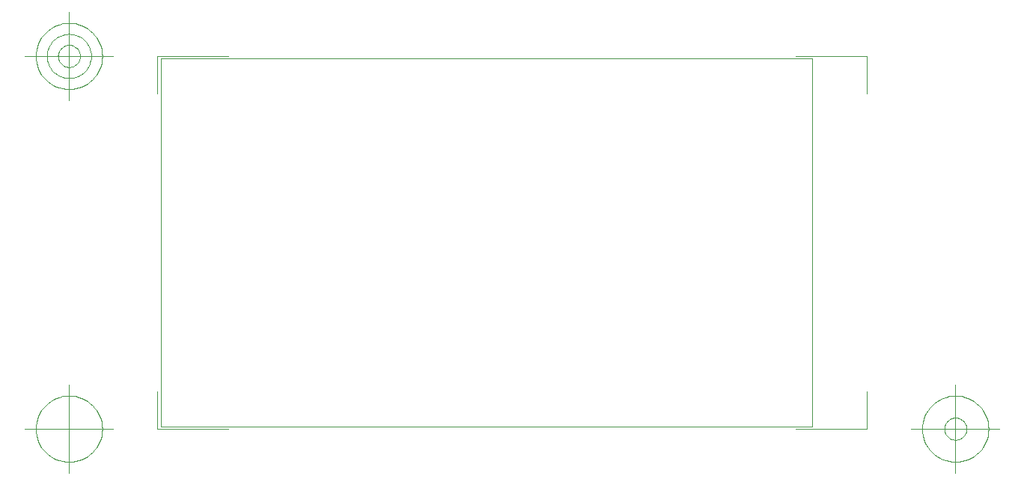
<source format=gbr>
G04 Generated by Ultiboard *
%FSLAX25Y25*%
%MOMM*%

%ADD10C,0.00100*%
%ADD11C,0.10000*%


%LNBoard Outline*%
%LPD*%
%FSLAX25Y25*%
%MOMM*%
G54D10*
X0Y0D02*
X7366000Y0D01*
X7366000Y0D02*
X7366000Y4165600D01*
X7366000Y4165600D02*
X0Y4165600D01*
X0Y4165600D02*
X0Y0D01*
G54D11*
X-40050Y-25400D02*
X-40050Y396240D01*
X-40050Y-25400D02*
X762531Y-25400D01*
X7985760Y-25400D02*
X7183179Y-25400D01*
X7985760Y-25400D02*
X7985760Y396240D01*
X7985760Y4191000D02*
X7985760Y3769360D01*
X7985760Y4191000D02*
X7183179Y4191000D01*
X-40050Y4191000D02*
X762531Y4191000D01*
X-40050Y4191000D02*
X-40050Y3769360D01*
X-540050Y-25400D02*
X-1540050Y-25400D01*
X-1040050Y-525400D02*
X-1040050Y474600D01*
X-665050Y-25400D02*
X-666856Y11356D01*
X-666856Y11356D02*
X-672256Y47759D01*
X-672256Y47759D02*
X-681197Y83457D01*
X-681197Y83457D02*
X-693595Y118106D01*
X-693595Y118106D02*
X-709330Y151374D01*
X-709330Y151374D02*
X-728249Y182939D01*
X-728249Y182939D02*
X-750171Y212497D01*
X-750171Y212497D02*
X-774885Y239765D01*
X-774885Y239765D02*
X-802153Y264479D01*
X-802153Y264479D02*
X-831711Y286401D01*
X-831711Y286401D02*
X-863276Y305320D01*
X-863276Y305320D02*
X-896544Y321055D01*
X-896544Y321055D02*
X-931193Y333453D01*
X-931193Y333453D02*
X-966891Y342394D01*
X-966891Y342394D02*
X-1003294Y347794D01*
X-1003294Y347794D02*
X-1040050Y349600D01*
X-1040050Y349600D02*
X-1076806Y347794D01*
X-1076806Y347794D02*
X-1113209Y342394D01*
X-1113209Y342394D02*
X-1148907Y333453D01*
X-1148907Y333453D02*
X-1183556Y321055D01*
X-1183556Y321055D02*
X-1216824Y305320D01*
X-1216824Y305320D02*
X-1248389Y286401D01*
X-1248389Y286401D02*
X-1277947Y264479D01*
X-1277947Y264479D02*
X-1305215Y239765D01*
X-1305215Y239765D02*
X-1329929Y212497D01*
X-1329929Y212497D02*
X-1351851Y182939D01*
X-1351851Y182939D02*
X-1370770Y151374D01*
X-1370770Y151374D02*
X-1386505Y118106D01*
X-1386505Y118106D02*
X-1398903Y83457D01*
X-1398903Y83457D02*
X-1407844Y47759D01*
X-1407844Y47759D02*
X-1413244Y11356D01*
X-1413244Y11356D02*
X-1415050Y-25400D01*
X-1415050Y-25400D02*
X-1413244Y-62156D01*
X-1413244Y-62156D02*
X-1407844Y-98559D01*
X-1407844Y-98559D02*
X-1398903Y-134257D01*
X-1398903Y-134257D02*
X-1386505Y-168906D01*
X-1386505Y-168906D02*
X-1370770Y-202174D01*
X-1370770Y-202174D02*
X-1351851Y-233739D01*
X-1351851Y-233739D02*
X-1329929Y-263297D01*
X-1329929Y-263297D02*
X-1305215Y-290565D01*
X-1305215Y-290565D02*
X-1277947Y-315279D01*
X-1277947Y-315279D02*
X-1248389Y-337201D01*
X-1248389Y-337201D02*
X-1216824Y-356120D01*
X-1216824Y-356120D02*
X-1183556Y-371855D01*
X-1183556Y-371855D02*
X-1148907Y-384253D01*
X-1148907Y-384253D02*
X-1113209Y-393194D01*
X-1113209Y-393194D02*
X-1076806Y-398594D01*
X-1076806Y-398594D02*
X-1040050Y-400400D01*
X-1040050Y-400400D02*
X-1003294Y-398594D01*
X-1003294Y-398594D02*
X-966891Y-393194D01*
X-966891Y-393194D02*
X-931193Y-384253D01*
X-931193Y-384253D02*
X-896544Y-371855D01*
X-896544Y-371855D02*
X-863276Y-356120D01*
X-863276Y-356120D02*
X-831711Y-337201D01*
X-831711Y-337201D02*
X-802153Y-315279D01*
X-802153Y-315279D02*
X-774885Y-290565D01*
X-774885Y-290565D02*
X-750171Y-263297D01*
X-750171Y-263297D02*
X-728249Y-233739D01*
X-728249Y-233739D02*
X-709330Y-202174D01*
X-709330Y-202174D02*
X-693595Y-168906D01*
X-693595Y-168906D02*
X-681197Y-134257D01*
X-681197Y-134257D02*
X-672256Y-98559D01*
X-672256Y-98559D02*
X-666856Y-62156D01*
X-666856Y-62156D02*
X-665050Y-25400D01*
X8485760Y-25400D02*
X9485760Y-25400D01*
X8985760Y-525400D02*
X8985760Y474600D01*
X9360760Y-25400D02*
X9358954Y11356D01*
X9358954Y11356D02*
X9353554Y47759D01*
X9353554Y47759D02*
X9344613Y83457D01*
X9344613Y83457D02*
X9332215Y118106D01*
X9332215Y118106D02*
X9316480Y151374D01*
X9316480Y151374D02*
X9297561Y182939D01*
X9297561Y182939D02*
X9275639Y212497D01*
X9275639Y212497D02*
X9250925Y239765D01*
X9250925Y239765D02*
X9223657Y264479D01*
X9223657Y264479D02*
X9194099Y286401D01*
X9194099Y286401D02*
X9162534Y305320D01*
X9162534Y305320D02*
X9129266Y321055D01*
X9129266Y321055D02*
X9094617Y333453D01*
X9094617Y333453D02*
X9058919Y342394D01*
X9058919Y342394D02*
X9022516Y347794D01*
X9022516Y347794D02*
X8985760Y349600D01*
X8985760Y349600D02*
X8949004Y347794D01*
X8949004Y347794D02*
X8912601Y342394D01*
X8912601Y342394D02*
X8876903Y333453D01*
X8876903Y333453D02*
X8842254Y321055D01*
X8842254Y321055D02*
X8808986Y305320D01*
X8808986Y305320D02*
X8777421Y286401D01*
X8777421Y286401D02*
X8747863Y264479D01*
X8747863Y264479D02*
X8720595Y239765D01*
X8720595Y239765D02*
X8695881Y212497D01*
X8695881Y212497D02*
X8673959Y182939D01*
X8673959Y182939D02*
X8655040Y151374D01*
X8655040Y151374D02*
X8639305Y118106D01*
X8639305Y118106D02*
X8626907Y83457D01*
X8626907Y83457D02*
X8617966Y47759D01*
X8617966Y47759D02*
X8612566Y11356D01*
X8612566Y11356D02*
X8610760Y-25400D01*
X8610760Y-25400D02*
X8612566Y-62156D01*
X8612566Y-62156D02*
X8617966Y-98559D01*
X8617966Y-98559D02*
X8626907Y-134257D01*
X8626907Y-134257D02*
X8639305Y-168906D01*
X8639305Y-168906D02*
X8655040Y-202174D01*
X8655040Y-202174D02*
X8673959Y-233739D01*
X8673959Y-233739D02*
X8695881Y-263297D01*
X8695881Y-263297D02*
X8720595Y-290565D01*
X8720595Y-290565D02*
X8747863Y-315279D01*
X8747863Y-315279D02*
X8777421Y-337201D01*
X8777421Y-337201D02*
X8808986Y-356120D01*
X8808986Y-356120D02*
X8842254Y-371855D01*
X8842254Y-371855D02*
X8876903Y-384253D01*
X8876903Y-384253D02*
X8912601Y-393194D01*
X8912601Y-393194D02*
X8949004Y-398594D01*
X8949004Y-398594D02*
X8985760Y-400400D01*
X8985760Y-400400D02*
X9022516Y-398594D01*
X9022516Y-398594D02*
X9058919Y-393194D01*
X9058919Y-393194D02*
X9094617Y-384253D01*
X9094617Y-384253D02*
X9129266Y-371855D01*
X9129266Y-371855D02*
X9162534Y-356120D01*
X9162534Y-356120D02*
X9194099Y-337201D01*
X9194099Y-337201D02*
X9223657Y-315279D01*
X9223657Y-315279D02*
X9250925Y-290565D01*
X9250925Y-290565D02*
X9275639Y-263297D01*
X9275639Y-263297D02*
X9297561Y-233739D01*
X9297561Y-233739D02*
X9316480Y-202174D01*
X9316480Y-202174D02*
X9332215Y-168906D01*
X9332215Y-168906D02*
X9344613Y-134257D01*
X9344613Y-134257D02*
X9353554Y-98559D01*
X9353554Y-98559D02*
X9358954Y-62156D01*
X9358954Y-62156D02*
X9360760Y-25400D01*
X9110760Y-25400D02*
X9110158Y-13148D01*
X9110158Y-13148D02*
X9108358Y-1014D01*
X9108358Y-1014D02*
X9105378Y10886D01*
X9105378Y10886D02*
X9101245Y22435D01*
X9101245Y22435D02*
X9096000Y33525D01*
X9096000Y33525D02*
X9089694Y44046D01*
X9089694Y44046D02*
X9082386Y53899D01*
X9082386Y53899D02*
X9074148Y62988D01*
X9074148Y62988D02*
X9065059Y71226D01*
X9065059Y71226D02*
X9055206Y78534D01*
X9055206Y78534D02*
X9044685Y84840D01*
X9044685Y84840D02*
X9033595Y90085D01*
X9033595Y90085D02*
X9022046Y94218D01*
X9022046Y94218D02*
X9010146Y97198D01*
X9010146Y97198D02*
X8998012Y98998D01*
X8998012Y98998D02*
X8985760Y99600D01*
X8985760Y99600D02*
X8973508Y98998D01*
X8973508Y98998D02*
X8961374Y97198D01*
X8961374Y97198D02*
X8949475Y94218D01*
X8949475Y94218D02*
X8937925Y90085D01*
X8937925Y90085D02*
X8926836Y84840D01*
X8926836Y84840D02*
X8916314Y78534D01*
X8916314Y78534D02*
X8906461Y71226D01*
X8906461Y71226D02*
X8897372Y62988D01*
X8897372Y62988D02*
X8889134Y53899D01*
X8889134Y53899D02*
X8881826Y44046D01*
X8881826Y44046D02*
X8875520Y33525D01*
X8875520Y33525D02*
X8870275Y22435D01*
X8870275Y22435D02*
X8866143Y10886D01*
X8866143Y10886D02*
X8863162Y-1014D01*
X8863162Y-1014D02*
X8861362Y-13148D01*
X8861362Y-13148D02*
X8860760Y-25400D01*
X8860760Y-25400D02*
X8861362Y-37652D01*
X8861362Y-37652D02*
X8863162Y-49786D01*
X8863162Y-49786D02*
X8866143Y-61685D01*
X8866143Y-61685D02*
X8870275Y-73235D01*
X8870275Y-73235D02*
X8875520Y-84324D01*
X8875520Y-84324D02*
X8881826Y-94846D01*
X8881826Y-94846D02*
X8889134Y-104699D01*
X8889134Y-104699D02*
X8897372Y-113788D01*
X8897372Y-113788D02*
X8906461Y-122026D01*
X8906461Y-122026D02*
X8916314Y-129334D01*
X8916314Y-129334D02*
X8926836Y-135640D01*
X8926836Y-135640D02*
X8937925Y-140885D01*
X8937925Y-140885D02*
X8949475Y-145017D01*
X8949475Y-145017D02*
X8961374Y-147998D01*
X8961374Y-147998D02*
X8973508Y-149798D01*
X8973508Y-149798D02*
X8985760Y-150400D01*
X8985760Y-150400D02*
X8998012Y-149798D01*
X8998012Y-149798D02*
X9010146Y-147998D01*
X9010146Y-147998D02*
X9022046Y-145017D01*
X9022046Y-145017D02*
X9033595Y-140885D01*
X9033595Y-140885D02*
X9044685Y-135640D01*
X9044685Y-135640D02*
X9055206Y-129334D01*
X9055206Y-129334D02*
X9065059Y-122026D01*
X9065059Y-122026D02*
X9074148Y-113788D01*
X9074148Y-113788D02*
X9082386Y-104699D01*
X9082386Y-104699D02*
X9089694Y-94846D01*
X9089694Y-94846D02*
X9096000Y-84324D01*
X9096000Y-84324D02*
X9101245Y-73235D01*
X9101245Y-73235D02*
X9105378Y-61685D01*
X9105378Y-61685D02*
X9108358Y-49786D01*
X9108358Y-49786D02*
X9110158Y-37652D01*
X9110158Y-37652D02*
X9110760Y-25400D01*
X-540050Y4191000D02*
X-1540050Y4191000D01*
X-1040050Y3691000D02*
X-1040050Y4691000D01*
X-665050Y4191000D02*
X-666856Y4227756D01*
X-666856Y4227756D02*
X-672256Y4264159D01*
X-672256Y4264159D02*
X-681197Y4299857D01*
X-681197Y4299857D02*
X-693595Y4334506D01*
X-693595Y4334506D02*
X-709330Y4367774D01*
X-709330Y4367774D02*
X-728249Y4399339D01*
X-728249Y4399339D02*
X-750171Y4428897D01*
X-750171Y4428897D02*
X-774885Y4456165D01*
X-774885Y4456165D02*
X-802153Y4480879D01*
X-802153Y4480879D02*
X-831711Y4502801D01*
X-831711Y4502801D02*
X-863276Y4521720D01*
X-863276Y4521720D02*
X-896544Y4537455D01*
X-896544Y4537455D02*
X-931193Y4549853D01*
X-931193Y4549853D02*
X-966891Y4558794D01*
X-966891Y4558794D02*
X-1003294Y4564194D01*
X-1003294Y4564194D02*
X-1040050Y4566000D01*
X-1040050Y4566000D02*
X-1076806Y4564194D01*
X-1076806Y4564194D02*
X-1113209Y4558794D01*
X-1113209Y4558794D02*
X-1148907Y4549853D01*
X-1148907Y4549853D02*
X-1183556Y4537455D01*
X-1183556Y4537455D02*
X-1216824Y4521720D01*
X-1216824Y4521720D02*
X-1248389Y4502801D01*
X-1248389Y4502801D02*
X-1277947Y4480879D01*
X-1277947Y4480879D02*
X-1305215Y4456165D01*
X-1305215Y4456165D02*
X-1329929Y4428897D01*
X-1329929Y4428897D02*
X-1351851Y4399339D01*
X-1351851Y4399339D02*
X-1370770Y4367774D01*
X-1370770Y4367774D02*
X-1386505Y4334506D01*
X-1386505Y4334506D02*
X-1398903Y4299857D01*
X-1398903Y4299857D02*
X-1407844Y4264159D01*
X-1407844Y4264159D02*
X-1413244Y4227756D01*
X-1413244Y4227756D02*
X-1415050Y4191000D01*
X-1415050Y4191000D02*
X-1413244Y4154244D01*
X-1413244Y4154244D02*
X-1407844Y4117841D01*
X-1407844Y4117841D02*
X-1398903Y4082143D01*
X-1398903Y4082143D02*
X-1386505Y4047494D01*
X-1386505Y4047494D02*
X-1370770Y4014226D01*
X-1370770Y4014226D02*
X-1351851Y3982661D01*
X-1351851Y3982661D02*
X-1329929Y3953103D01*
X-1329929Y3953103D02*
X-1305215Y3925835D01*
X-1305215Y3925835D02*
X-1277947Y3901121D01*
X-1277947Y3901121D02*
X-1248389Y3879199D01*
X-1248389Y3879199D02*
X-1216824Y3860280D01*
X-1216824Y3860280D02*
X-1183556Y3844545D01*
X-1183556Y3844545D02*
X-1148907Y3832147D01*
X-1148907Y3832147D02*
X-1113209Y3823206D01*
X-1113209Y3823206D02*
X-1076806Y3817806D01*
X-1076806Y3817806D02*
X-1040050Y3816000D01*
X-1040050Y3816000D02*
X-1003294Y3817806D01*
X-1003294Y3817806D02*
X-966891Y3823206D01*
X-966891Y3823206D02*
X-931193Y3832147D01*
X-931193Y3832147D02*
X-896544Y3844545D01*
X-896544Y3844545D02*
X-863276Y3860280D01*
X-863276Y3860280D02*
X-831711Y3879199D01*
X-831711Y3879199D02*
X-802153Y3901121D01*
X-802153Y3901121D02*
X-774885Y3925835D01*
X-774885Y3925835D02*
X-750171Y3953103D01*
X-750171Y3953103D02*
X-728249Y3982661D01*
X-728249Y3982661D02*
X-709330Y4014226D01*
X-709330Y4014226D02*
X-693595Y4047494D01*
X-693595Y4047494D02*
X-681197Y4082143D01*
X-681197Y4082143D02*
X-672256Y4117841D01*
X-672256Y4117841D02*
X-666856Y4154244D01*
X-666856Y4154244D02*
X-665050Y4191000D01*
X-790050Y4191000D02*
X-791254Y4215504D01*
X-791254Y4215504D02*
X-794854Y4239773D01*
X-794854Y4239773D02*
X-800815Y4263571D01*
X-800815Y4263571D02*
X-809080Y4286671D01*
X-809080Y4286671D02*
X-819570Y4308849D01*
X-819570Y4308849D02*
X-832183Y4329893D01*
X-832183Y4329893D02*
X-846797Y4349598D01*
X-846797Y4349598D02*
X-863273Y4367777D01*
X-863273Y4367777D02*
X-881452Y4384253D01*
X-881452Y4384253D02*
X-901157Y4398867D01*
X-901157Y4398867D02*
X-922201Y4411480D01*
X-922201Y4411480D02*
X-944379Y4421970D01*
X-944379Y4421970D02*
X-967479Y4430235D01*
X-967479Y4430235D02*
X-991277Y4436196D01*
X-991277Y4436196D02*
X-1015546Y4439796D01*
X-1015546Y4439796D02*
X-1040050Y4441000D01*
X-1040050Y4441000D02*
X-1064554Y4439796D01*
X-1064554Y4439796D02*
X-1088822Y4436196D01*
X-1088822Y4436196D02*
X-1112621Y4430235D01*
X-1112621Y4430235D02*
X-1135721Y4421970D01*
X-1135721Y4421970D02*
X-1157899Y4411480D01*
X-1157899Y4411480D02*
X-1178942Y4398867D01*
X-1178942Y4398867D02*
X-1198648Y4384253D01*
X-1198648Y4384253D02*
X-1216827Y4367777D01*
X-1216827Y4367777D02*
X-1233303Y4349598D01*
X-1233303Y4349598D02*
X-1247917Y4329893D01*
X-1247917Y4329893D02*
X-1260530Y4308849D01*
X-1260530Y4308849D02*
X-1271020Y4286671D01*
X-1271020Y4286671D02*
X-1279285Y4263571D01*
X-1279285Y4263571D02*
X-1285246Y4239773D01*
X-1285246Y4239773D02*
X-1288846Y4215504D01*
X-1288846Y4215504D02*
X-1290050Y4191000D01*
X-1290050Y4191000D02*
X-1288846Y4166496D01*
X-1288846Y4166496D02*
X-1285246Y4142228D01*
X-1285246Y4142228D02*
X-1279285Y4118429D01*
X-1279285Y4118429D02*
X-1271020Y4095329D01*
X-1271020Y4095329D02*
X-1260530Y4073151D01*
X-1260530Y4073151D02*
X-1247917Y4052108D01*
X-1247917Y4052108D02*
X-1233303Y4032402D01*
X-1233303Y4032402D02*
X-1216827Y4014223D01*
X-1216827Y4014223D02*
X-1198648Y3997747D01*
X-1198648Y3997747D02*
X-1178942Y3983133D01*
X-1178942Y3983133D02*
X-1157899Y3970520D01*
X-1157899Y3970520D02*
X-1135721Y3960030D01*
X-1135721Y3960030D02*
X-1112621Y3951765D01*
X-1112621Y3951765D02*
X-1088822Y3945804D01*
X-1088822Y3945804D02*
X-1064554Y3942204D01*
X-1064554Y3942204D02*
X-1040050Y3941000D01*
X-1040050Y3941000D02*
X-1015546Y3942204D01*
X-1015546Y3942204D02*
X-991277Y3945804D01*
X-991277Y3945804D02*
X-967479Y3951765D01*
X-967479Y3951765D02*
X-944379Y3960030D01*
X-944379Y3960030D02*
X-922201Y3970520D01*
X-922201Y3970520D02*
X-901157Y3983133D01*
X-901157Y3983133D02*
X-881452Y3997747D01*
X-881452Y3997747D02*
X-863273Y4014223D01*
X-863273Y4014223D02*
X-846797Y4032402D01*
X-846797Y4032402D02*
X-832183Y4052108D01*
X-832183Y4052108D02*
X-819570Y4073151D01*
X-819570Y4073151D02*
X-809080Y4095329D01*
X-809080Y4095329D02*
X-800815Y4118429D01*
X-800815Y4118429D02*
X-794854Y4142228D01*
X-794854Y4142228D02*
X-791254Y4166496D01*
X-791254Y4166496D02*
X-790050Y4191000D01*
X-915050Y4191000D02*
X-915652Y4203252D01*
X-915652Y4203252D02*
X-917452Y4215386D01*
X-917452Y4215386D02*
X-920432Y4227286D01*
X-920432Y4227286D02*
X-924565Y4238835D01*
X-924565Y4238835D02*
X-929810Y4249925D01*
X-929810Y4249925D02*
X-936116Y4260446D01*
X-936116Y4260446D02*
X-943424Y4270299D01*
X-943424Y4270299D02*
X-951662Y4279388D01*
X-951662Y4279388D02*
X-960751Y4287626D01*
X-960751Y4287626D02*
X-970604Y4294934D01*
X-970604Y4294934D02*
X-981125Y4301240D01*
X-981125Y4301240D02*
X-992215Y4306485D01*
X-992215Y4306485D02*
X-1003764Y4310618D01*
X-1003764Y4310618D02*
X-1015664Y4313598D01*
X-1015664Y4313598D02*
X-1027798Y4315398D01*
X-1027798Y4315398D02*
X-1040050Y4316000D01*
X-1040050Y4316000D02*
X-1052302Y4315398D01*
X-1052302Y4315398D02*
X-1064436Y4313598D01*
X-1064436Y4313598D02*
X-1076335Y4310618D01*
X-1076335Y4310618D02*
X-1087885Y4306485D01*
X-1087885Y4306485D02*
X-1098974Y4301240D01*
X-1098974Y4301240D02*
X-1109496Y4294934D01*
X-1109496Y4294934D02*
X-1119349Y4287626D01*
X-1119349Y4287626D02*
X-1128438Y4279388D01*
X-1128438Y4279388D02*
X-1136676Y4270299D01*
X-1136676Y4270299D02*
X-1143984Y4260446D01*
X-1143984Y4260446D02*
X-1150290Y4249925D01*
X-1150290Y4249925D02*
X-1155535Y4238835D01*
X-1155535Y4238835D02*
X-1159667Y4227286D01*
X-1159667Y4227286D02*
X-1162648Y4215386D01*
X-1162648Y4215386D02*
X-1164448Y4203252D01*
X-1164448Y4203252D02*
X-1165050Y4191000D01*
X-1165050Y4191000D02*
X-1164448Y4178748D01*
X-1164448Y4178748D02*
X-1162648Y4166614D01*
X-1162648Y4166614D02*
X-1159667Y4154715D01*
X-1159667Y4154715D02*
X-1155535Y4143165D01*
X-1155535Y4143165D02*
X-1150290Y4132076D01*
X-1150290Y4132076D02*
X-1143984Y4121554D01*
X-1143984Y4121554D02*
X-1136676Y4111701D01*
X-1136676Y4111701D02*
X-1128438Y4102612D01*
X-1128438Y4102612D02*
X-1119349Y4094374D01*
X-1119349Y4094374D02*
X-1109496Y4087066D01*
X-1109496Y4087066D02*
X-1098974Y4080760D01*
X-1098974Y4080760D02*
X-1087885Y4075515D01*
X-1087885Y4075515D02*
X-1076335Y4071383D01*
X-1076335Y4071383D02*
X-1064436Y4068402D01*
X-1064436Y4068402D02*
X-1052302Y4066602D01*
X-1052302Y4066602D02*
X-1040050Y4066000D01*
X-1040050Y4066000D02*
X-1027798Y4066602D01*
X-1027798Y4066602D02*
X-1015664Y4068402D01*
X-1015664Y4068402D02*
X-1003764Y4071383D01*
X-1003764Y4071383D02*
X-992215Y4075515D01*
X-992215Y4075515D02*
X-981125Y4080760D01*
X-981125Y4080760D02*
X-970604Y4087066D01*
X-970604Y4087066D02*
X-960751Y4094374D01*
X-960751Y4094374D02*
X-951662Y4102612D01*
X-951662Y4102612D02*
X-943424Y4111701D01*
X-943424Y4111701D02*
X-936116Y4121554D01*
X-936116Y4121554D02*
X-929810Y4132076D01*
X-929810Y4132076D02*
X-924565Y4143165D01*
X-924565Y4143165D02*
X-920432Y4154715D01*
X-920432Y4154715D02*
X-917452Y4166614D01*
X-917452Y4166614D02*
X-915652Y4178748D01*
X-915652Y4178748D02*
X-915050Y4191000D01*

M00*

</source>
